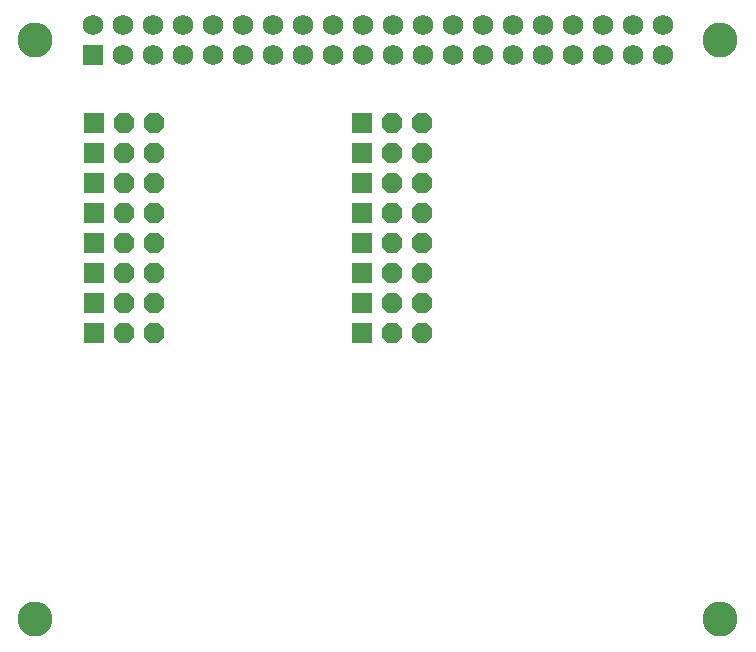
<source format=gts>
G75*
%MOIN*%
%OFA0B0*%
%FSLAX25Y25*%
%IPPOS*%
%LPD*%
%AMOC8*
5,1,8,0,0,1.08239X$1,22.5*
%
%ADD10C,0.11627*%
%ADD11R,0.06800X0.06800*%
%ADD12C,0.06800*%
%ADD13R,0.06737X0.06737*%
%ADD14OC8,0.06737*%
D10*
X0018780Y0018780D03*
X0247126Y0018780D03*
X0247126Y0211693D03*
X0018780Y0211693D03*
D11*
X0037953Y0206693D03*
D12*
X0047900Y0206700D03*
X0057900Y0206700D03*
X0067900Y0206700D03*
X0077900Y0206700D03*
X0087900Y0206700D03*
X0097900Y0206700D03*
X0107900Y0206700D03*
X0117900Y0206700D03*
X0127900Y0206700D03*
X0137900Y0206700D03*
X0147900Y0206700D03*
X0157900Y0206700D03*
X0167900Y0206700D03*
X0177900Y0206700D03*
X0187900Y0206700D03*
X0197900Y0206700D03*
X0207900Y0206700D03*
X0217900Y0206700D03*
X0227900Y0206700D03*
X0227900Y0216700D03*
X0217900Y0216700D03*
X0207900Y0216700D03*
X0197900Y0216700D03*
X0187900Y0216700D03*
X0177900Y0216700D03*
X0167900Y0216700D03*
X0157900Y0216700D03*
X0147900Y0216700D03*
X0137900Y0216700D03*
X0127900Y0216700D03*
X0117900Y0216700D03*
X0107900Y0216700D03*
X0097900Y0216700D03*
X0087900Y0216700D03*
X0077900Y0216700D03*
X0067900Y0216700D03*
X0057900Y0216700D03*
X0047900Y0216700D03*
X0037900Y0216700D03*
D13*
X0038307Y0184134D03*
X0038307Y0174134D03*
X0038307Y0164134D03*
X0038307Y0154134D03*
X0038307Y0144134D03*
X0038307Y0134134D03*
X0038307Y0124134D03*
X0038307Y0114134D03*
X0127677Y0114134D03*
X0127677Y0124134D03*
X0127677Y0134134D03*
X0127677Y0144134D03*
X0127677Y0154134D03*
X0127677Y0164134D03*
X0127677Y0174134D03*
X0127677Y0184134D03*
D14*
X0137677Y0184134D03*
X0147677Y0184134D03*
X0147677Y0174134D03*
X0137677Y0174134D03*
X0137677Y0164134D03*
X0147677Y0164134D03*
X0147677Y0154134D03*
X0137677Y0154134D03*
X0137677Y0144134D03*
X0147677Y0144134D03*
X0147677Y0134134D03*
X0137677Y0134134D03*
X0137677Y0124134D03*
X0147677Y0124134D03*
X0147677Y0114134D03*
X0137677Y0114134D03*
X0058307Y0114134D03*
X0048307Y0114134D03*
X0048307Y0124134D03*
X0058307Y0124134D03*
X0058307Y0134134D03*
X0048307Y0134134D03*
X0048307Y0144134D03*
X0058307Y0144134D03*
X0058307Y0154134D03*
X0048307Y0154134D03*
X0048307Y0164134D03*
X0058307Y0164134D03*
X0058307Y0174134D03*
X0048307Y0174134D03*
X0048307Y0184134D03*
X0058307Y0184134D03*
M02*

</source>
